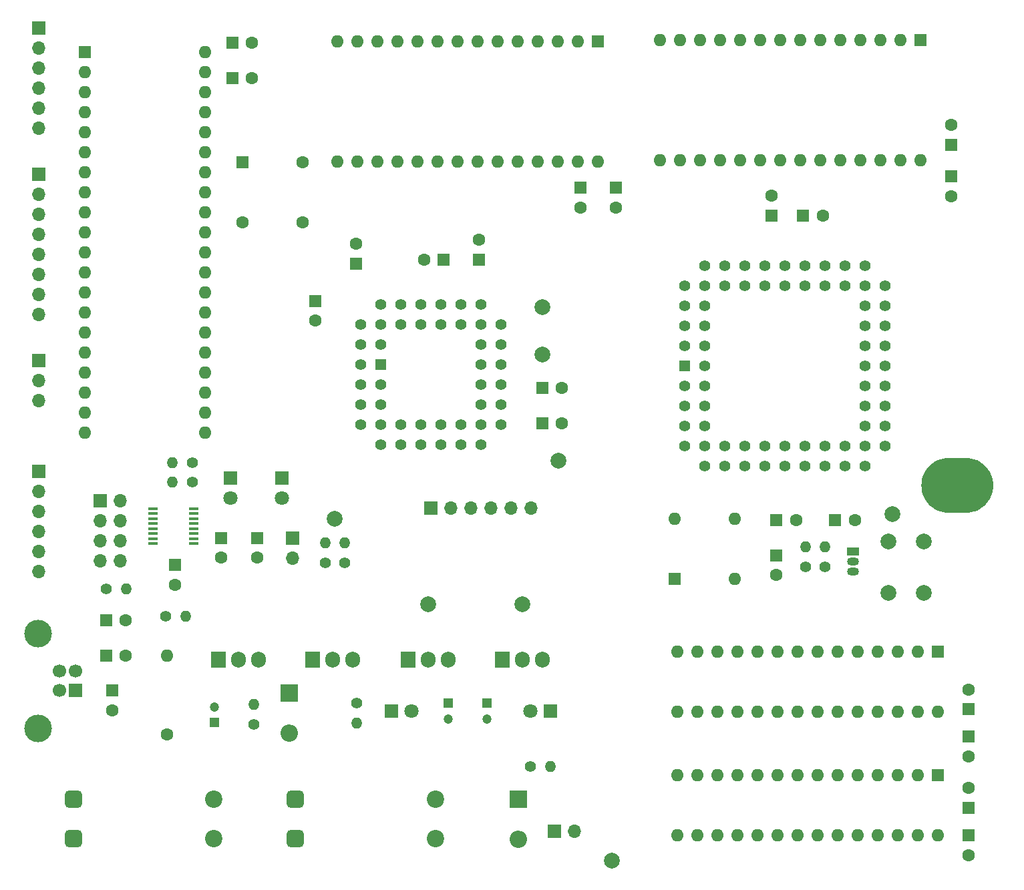
<source format=gbr>
%TF.GenerationSoftware,KiCad,Pcbnew,7.0.10*%
%TF.CreationDate,2024-02-05T22:26:27-06:00*%
%TF.ProjectId,SBC Circuit,53424320-4369-4726-9375-69742e6b6963,0.0*%
%TF.SameCoordinates,Original*%
%TF.FileFunction,Soldermask,Top*%
%TF.FilePolarity,Negative*%
%FSLAX46Y46*%
G04 Gerber Fmt 4.6, Leading zero omitted, Abs format (unit mm)*
G04 Created by KiCad (PCBNEW 7.0.10) date 2024-02-05 22:26:27*
%MOMM*%
%LPD*%
G01*
G04 APERTURE LIST*
G04 Aperture macros list*
%AMRoundRect*
0 Rectangle with rounded corners*
0 $1 Rounding radius*
0 $2 $3 $4 $5 $6 $7 $8 $9 X,Y pos of 4 corners*
0 Add a 4 corners polygon primitive as box body*
4,1,4,$2,$3,$4,$5,$6,$7,$8,$9,$2,$3,0*
0 Add four circle primitives for the rounded corners*
1,1,$1+$1,$2,$3*
1,1,$1+$1,$4,$5*
1,1,$1+$1,$6,$7*
1,1,$1+$1,$8,$9*
0 Add four rect primitives between the rounded corners*
20,1,$1+$1,$2,$3,$4,$5,0*
20,1,$1+$1,$4,$5,$6,$7,0*
20,1,$1+$1,$6,$7,$8,$9,0*
20,1,$1+$1,$8,$9,$2,$3,0*%
G04 Aperture macros list end*
%ADD10RoundRect,0.550000X-0.550000X-0.550000X0.550000X-0.550000X0.550000X0.550000X-0.550000X0.550000X0*%
%ADD11C,2.200000*%
%ADD12C,2.000000*%
%ADD13R,1.600000X1.600000*%
%ADD14C,1.600000*%
%ADD15R,1.700000X1.700000*%
%ADD16O,1.700000X1.700000*%
%ADD17C,1.400000*%
%ADD18O,1.400000X1.400000*%
%ADD19O,1.600000X1.600000*%
%ADD20R,2.200000X2.200000*%
%ADD21O,2.200000X2.200000*%
%ADD22R,1.800000X1.800000*%
%ADD23C,1.800000*%
%ADD24C,1.700000*%
%ADD25C,3.500000*%
%ADD26R,1.905000X2.000000*%
%ADD27O,1.905000X2.000000*%
%ADD28R,1.200000X0.400000*%
%ADD29R,1.422400X1.422400*%
%ADD30C,1.422400*%
%ADD31R,1.200000X1.200000*%
%ADD32C,1.200000*%
%ADD33R,1.500000X1.050000*%
%ADD34O,1.500000X1.050000*%
G04 APERTURE END LIST*
D10*
%TO.C,F1*%
X113142400Y-134416800D03*
X113142400Y-139416800D03*
D11*
X130942400Y-139416800D03*
X130942400Y-134416800D03*
%TD*%
D12*
%TO.C,TP2*%
X129960000Y-109735400D03*
%TD*%
D13*
%TO.C,C23*%
X153775000Y-56896000D03*
D14*
X153775000Y-59396000D03*
%TD*%
D13*
%TO.C,C27*%
X108290000Y-101285400D03*
D14*
X108290000Y-103785400D03*
%TD*%
D15*
%TO.C,J6*%
X80655800Y-55168800D03*
D16*
X80655800Y-57708800D03*
X80655800Y-60248800D03*
X80655800Y-62788800D03*
X80655800Y-65328800D03*
X80655800Y-67868800D03*
X80655800Y-70408800D03*
X80655800Y-72948800D03*
%TD*%
D13*
%TO.C,C14*%
X131954961Y-66000000D03*
D14*
X129454961Y-66000000D03*
%TD*%
D17*
%TO.C,R7*%
X119420000Y-104455400D03*
D18*
X119420000Y-101915400D03*
%TD*%
D13*
%TO.C,U6*%
X151525000Y-38349000D03*
D19*
X148985000Y-38349000D03*
X146445000Y-38349000D03*
X143905000Y-38349000D03*
X141365000Y-38349000D03*
X138825000Y-38349000D03*
X136285000Y-38349000D03*
X133745000Y-38349000D03*
X131205000Y-38349000D03*
X128665000Y-38349000D03*
X126125000Y-38349000D03*
X123585000Y-38349000D03*
X121045000Y-38349000D03*
X118505000Y-38349000D03*
X118505000Y-53589000D03*
X121045000Y-53589000D03*
X123585000Y-53589000D03*
X126125000Y-53589000D03*
X128665000Y-53589000D03*
X131205000Y-53589000D03*
X133745000Y-53589000D03*
X136285000Y-53589000D03*
X138825000Y-53589000D03*
X141365000Y-53589000D03*
X143905000Y-53589000D03*
X146445000Y-53589000D03*
X148985000Y-53589000D03*
X151525000Y-53589000D03*
%TD*%
D13*
%TO.C,C9*%
X173500000Y-60405000D03*
D14*
X173500000Y-57905000D03*
%TD*%
D12*
%TO.C,TP4*%
X188814600Y-98245000D03*
%TD*%
%TO.C,TP7*%
X144500000Y-78000000D03*
%TD*%
D20*
%TO.C,D2*%
X112420000Y-120977583D03*
D21*
X112420000Y-126057583D03*
%TD*%
D15*
%TO.C,J3*%
X130344961Y-97500000D03*
D16*
X132884961Y-97500000D03*
X135424961Y-97500000D03*
X137964961Y-97500000D03*
X140504961Y-97500000D03*
X143044961Y-97500000D03*
%TD*%
D15*
%TO.C,J8*%
X112790000Y-101285400D03*
D16*
X112790000Y-103825400D03*
%TD*%
D14*
%TO.C,FB1*%
X96920000Y-126235400D03*
D19*
X96920000Y-116235400D03*
%TD*%
D13*
%TO.C,C4*%
X89920000Y-120655400D03*
D14*
X89920000Y-123155400D03*
%TD*%
D13*
%TO.C,U7*%
X192360000Y-38190418D03*
D19*
X189820000Y-38190418D03*
X187280000Y-38190418D03*
X184740000Y-38190418D03*
X182200000Y-38190418D03*
X179660000Y-38190418D03*
X177120000Y-38190418D03*
X174580000Y-38190418D03*
X172040000Y-38190418D03*
X169500000Y-38190418D03*
X166960000Y-38190418D03*
X164420000Y-38190418D03*
X161880000Y-38190418D03*
X159340000Y-38190418D03*
X159340000Y-53430418D03*
X161880000Y-53430418D03*
X164420000Y-53430418D03*
X166960000Y-53430418D03*
X169500000Y-53430418D03*
X172040000Y-53430418D03*
X174580000Y-53430418D03*
X177120000Y-53430418D03*
X179660000Y-53430418D03*
X182200000Y-53430418D03*
X184740000Y-53430418D03*
X187280000Y-53430418D03*
X189820000Y-53430418D03*
X192360000Y-53430418D03*
%TD*%
D13*
%TO.C,C21*%
X198500000Y-126500000D03*
D14*
X198500000Y-129000000D03*
%TD*%
D13*
%TO.C,C20*%
X198500000Y-123000000D03*
D14*
X198500000Y-120500000D03*
%TD*%
D13*
%TO.C,C12*%
X120844961Y-66500000D03*
D14*
X120844961Y-64000000D03*
%TD*%
D15*
%TO.C,J4*%
X80655800Y-92862400D03*
D16*
X80655800Y-95402400D03*
X80655800Y-97942400D03*
X80655800Y-100482400D03*
X80655800Y-103022400D03*
X80655800Y-105562400D03*
%TD*%
D22*
%TO.C,D5*%
X111420000Y-93735400D03*
D23*
X111420000Y-96275400D03*
%TD*%
D22*
%TO.C,D6*%
X104920000Y-93735400D03*
D23*
X104920000Y-96275400D03*
%TD*%
D10*
%TO.C,F2*%
X85050000Y-134416800D03*
X85050000Y-139416800D03*
D11*
X102850000Y-139416800D03*
X102850000Y-134416800D03*
%TD*%
D17*
%TO.C,R5*%
X180314600Y-104965000D03*
D18*
X180314600Y-102425000D03*
%TD*%
D15*
%TO.C,J1*%
X85277500Y-120655400D03*
D24*
X85277500Y-118155400D03*
X83277500Y-118155400D03*
X83277500Y-120655400D03*
D25*
X80567500Y-125425400D03*
X80567500Y-113385400D03*
%TD*%
D13*
%TO.C,C29*%
X89170000Y-111735400D03*
D14*
X91670000Y-111735400D03*
%TD*%
D17*
%TO.C,R3*%
X96700000Y-111235400D03*
D18*
X99240000Y-111235400D03*
%TD*%
D13*
%TO.C,C17*%
X105170000Y-43000000D03*
D14*
X107670000Y-43000000D03*
%TD*%
D13*
%TO.C,C16*%
X105170000Y-38500000D03*
D14*
X107670000Y-38500000D03*
%TD*%
D13*
%TO.C,U4*%
X194579000Y-131380000D03*
D19*
X192039000Y-131380000D03*
X189499000Y-131380000D03*
X186959000Y-131380000D03*
X184419000Y-131380000D03*
X181879000Y-131380000D03*
X179339000Y-131380000D03*
X176799000Y-131380000D03*
X174259000Y-131380000D03*
X171719000Y-131380000D03*
X169179000Y-131380000D03*
X166639000Y-131380000D03*
X164099000Y-131380000D03*
X161559000Y-131380000D03*
X161559000Y-139000000D03*
X164099000Y-139000000D03*
X166639000Y-139000000D03*
X169179000Y-139000000D03*
X171719000Y-139000000D03*
X174259000Y-139000000D03*
X176799000Y-139000000D03*
X179339000Y-139000000D03*
X181879000Y-139000000D03*
X184419000Y-139000000D03*
X186959000Y-139000000D03*
X189499000Y-139000000D03*
X192039000Y-139000000D03*
X194579000Y-139000000D03*
%TD*%
D22*
%TO.C,D4*%
X145460000Y-123235400D03*
D23*
X142920000Y-123235400D03*
%TD*%
D13*
%TO.C,C19*%
X198500000Y-139000000D03*
D14*
X198500000Y-141500000D03*
%TD*%
D13*
%TO.C,C11*%
X144454961Y-86775400D03*
D14*
X146954961Y-86775400D03*
%TD*%
D13*
%TO.C,C26*%
X103790000Y-101285400D03*
D14*
X103790000Y-103785400D03*
%TD*%
D12*
%TO.C,TP3*%
X141960000Y-109735400D03*
%TD*%
D13*
%TO.C,C30*%
X89170000Y-116235400D03*
D14*
X91670000Y-116235400D03*
%TD*%
D17*
%TO.C,R10*%
X100140000Y-91735400D03*
D18*
X97600000Y-91735400D03*
%TD*%
D15*
%TO.C,J2*%
X146010000Y-138455400D03*
D16*
X148550000Y-138455400D03*
%TD*%
D13*
%TO.C,C15*%
X136454961Y-66000000D03*
D14*
X136454961Y-63500000D03*
%TD*%
D13*
%TO.C,C25*%
X196315000Y-51430418D03*
D14*
X196315000Y-48930418D03*
%TD*%
D26*
%TO.C,Q2*%
X103380000Y-116735400D03*
D27*
X105920000Y-116735400D03*
X108460000Y-116735400D03*
%TD*%
D13*
%TO.C,C18*%
X198500000Y-135500000D03*
D14*
X198500000Y-133000000D03*
%TD*%
D13*
%TO.C,U3*%
X86497800Y-39695400D03*
D19*
X86497800Y-42235400D03*
X86497800Y-44775400D03*
X86497800Y-47315400D03*
X86497800Y-49855400D03*
X86497800Y-52395400D03*
X86497800Y-54935400D03*
X86497800Y-57475400D03*
X86497800Y-60015400D03*
X86497800Y-62555400D03*
X86497800Y-65095400D03*
X86497800Y-67635400D03*
X86497800Y-70175400D03*
X86497800Y-72715400D03*
X86497800Y-75255400D03*
X86497800Y-77795400D03*
X86497800Y-80335400D03*
X86497800Y-82875400D03*
X86497800Y-85415400D03*
X86497800Y-87955400D03*
X101737800Y-87955400D03*
X101737800Y-85415400D03*
X101737800Y-82875400D03*
X101737800Y-80335400D03*
X101737800Y-77795400D03*
X101737800Y-75255400D03*
X101737800Y-72715400D03*
X101737800Y-70175400D03*
X101737800Y-67635400D03*
X101737800Y-65095400D03*
X101737800Y-62555400D03*
X101737800Y-60015400D03*
X101737800Y-57475400D03*
X101737800Y-54935400D03*
X101737800Y-52395400D03*
X101737800Y-49855400D03*
X101737800Y-47315400D03*
X101737800Y-44775400D03*
X101737800Y-42235400D03*
X101737800Y-39695400D03*
%TD*%
D28*
%TO.C,U10*%
X95090000Y-97560400D03*
X95090000Y-98195400D03*
X95090000Y-98830400D03*
X95090000Y-99465400D03*
X95090000Y-100100400D03*
X95090000Y-100735400D03*
X95090000Y-101370400D03*
X95090000Y-102005400D03*
X100290000Y-102005400D03*
X100290000Y-101370400D03*
X100290000Y-100735400D03*
X100290000Y-100100400D03*
X100290000Y-99465400D03*
X100290000Y-98830400D03*
X100290000Y-98195400D03*
X100290000Y-97560400D03*
%TD*%
D13*
%TO.C,C8*%
X177500000Y-60405000D03*
D14*
X180000000Y-60405000D03*
%TD*%
D13*
%TO.C,C22*%
X149275000Y-56896000D03*
D14*
X149275000Y-59396000D03*
%TD*%
D12*
%TO.C,TP5*%
X118170000Y-98830400D03*
%TD*%
D17*
%TO.C,R8*%
X120920000Y-122235400D03*
D18*
X120920000Y-124775400D03*
%TD*%
D29*
%TO.C,U1*%
X162484600Y-79500000D03*
D30*
X165024600Y-79500000D03*
X162484600Y-82040000D03*
X165024600Y-82040000D03*
X162484600Y-84580000D03*
X165024600Y-84580000D03*
X162484600Y-87120000D03*
X165024600Y-87120000D03*
X162484600Y-89660000D03*
X165024600Y-92200000D03*
X165024600Y-89660000D03*
X167564600Y-92200000D03*
X167564600Y-89660000D03*
X170104600Y-92200000D03*
X170104600Y-89660000D03*
X172644600Y-92200000D03*
X172644600Y-89660000D03*
X175184600Y-92200000D03*
X175184600Y-89660000D03*
X177724600Y-92200000D03*
X177724600Y-89660000D03*
X180264600Y-92200000D03*
X180264600Y-89660000D03*
X182804600Y-92200000D03*
X182804600Y-89660000D03*
X185344600Y-92200000D03*
X187884600Y-89660000D03*
X185344600Y-89660000D03*
X187884600Y-87120000D03*
X185344600Y-87120000D03*
X187884600Y-84580000D03*
X185344600Y-84580000D03*
X187884600Y-82040000D03*
X185344600Y-82040000D03*
X187884600Y-79500000D03*
X185344600Y-79500000D03*
X187884600Y-76960000D03*
X185344600Y-76960000D03*
X187884600Y-74420000D03*
X185344600Y-74420000D03*
X187884600Y-71880000D03*
X185344600Y-71880000D03*
X187884600Y-69340000D03*
X185344600Y-66800000D03*
X185344600Y-69340000D03*
X182804600Y-66800000D03*
X182804600Y-69340000D03*
X180264600Y-66800000D03*
X180264600Y-69340000D03*
X177724600Y-66800000D03*
X177724600Y-69340000D03*
X175184600Y-66800000D03*
X175184600Y-69340000D03*
X172644600Y-66800000D03*
X172644600Y-69340000D03*
X170104600Y-66800000D03*
X170104600Y-69340000D03*
X167564600Y-66800000D03*
X167564600Y-69340000D03*
X165024600Y-66800000D03*
X162484600Y-69340000D03*
X165024600Y-69340000D03*
X162484600Y-71880000D03*
X165024600Y-71880000D03*
X162484600Y-74420000D03*
X165024600Y-74420000D03*
X162484600Y-76960000D03*
X165024600Y-76960000D03*
%TD*%
D26*
%TO.C,Q1*%
X115380000Y-116735400D03*
D27*
X117920000Y-116735400D03*
X120460000Y-116735400D03*
%TD*%
D31*
%TO.C,C1*%
X132500000Y-122262801D03*
D32*
X132500000Y-124262801D03*
%TD*%
D31*
%TO.C,C2*%
X137420000Y-122262801D03*
D32*
X137420000Y-124262801D03*
%TD*%
D12*
%TO.C,TP1*%
X153250000Y-142250000D03*
%TD*%
%TO.C,SW1*%
X188314600Y-101745000D03*
X188314600Y-108245000D03*
X192814600Y-101745000D03*
X192814600Y-108245000D03*
%TD*%
D13*
%TO.C,C10*%
X144454961Y-82275400D03*
D14*
X146954961Y-82275400D03*
%TD*%
D26*
%TO.C,U8*%
X127420000Y-116735400D03*
D27*
X129960000Y-116735400D03*
X132500000Y-116735400D03*
%TD*%
D17*
%TO.C,R9*%
X142920000Y-130235400D03*
D18*
X145460000Y-130235400D03*
%TD*%
D31*
%TO.C,C3*%
X102862400Y-124708000D03*
D32*
X102862400Y-122708000D03*
%TD*%
D17*
%TO.C,R1*%
X107920000Y-124955400D03*
D18*
X107920000Y-122415400D03*
%TD*%
D13*
%TO.C,C6*%
X174144600Y-103500000D03*
D14*
X174144600Y-106000000D03*
%TD*%
D15*
%TO.C,J7*%
X80655800Y-36626800D03*
D16*
X80655800Y-39166800D03*
X80655800Y-41706800D03*
X80655800Y-44246800D03*
X80655800Y-46786800D03*
X80655800Y-49326800D03*
%TD*%
D29*
%TO.C,U2*%
X123994961Y-79315400D03*
D30*
X121454961Y-81855400D03*
X123994961Y-81855400D03*
X121454961Y-84395400D03*
X123994961Y-84395400D03*
X121454961Y-86935400D03*
X123994961Y-89475400D03*
X123994961Y-86935400D03*
X126534961Y-89475400D03*
X126534961Y-86935400D03*
X129074961Y-89475400D03*
X129074961Y-86935400D03*
X131614961Y-89475400D03*
X131614961Y-86935400D03*
X134154961Y-89475400D03*
X134154961Y-86935400D03*
X136694961Y-89475400D03*
X139234961Y-86935400D03*
X136694961Y-86935400D03*
X139234961Y-84395400D03*
X136694961Y-84395400D03*
X139234961Y-81855400D03*
X136694961Y-81855400D03*
X139234961Y-79315400D03*
X136694961Y-79315400D03*
X139234961Y-76775400D03*
X136694961Y-76775400D03*
X139234961Y-74235400D03*
X136694961Y-71695400D03*
X136694961Y-74235400D03*
X134154961Y-71695400D03*
X134154961Y-74235400D03*
X131614961Y-71695400D03*
X131614961Y-74235400D03*
X129074961Y-71695400D03*
X129074961Y-74235400D03*
X126534961Y-71695400D03*
X126534961Y-74235400D03*
X123994961Y-71695400D03*
X121454961Y-74235400D03*
X123994961Y-74235400D03*
X121454961Y-76775400D03*
X123994961Y-76775400D03*
X121454961Y-79315400D03*
%TD*%
D13*
%TO.C,C24*%
X196315000Y-55430418D03*
D14*
X196315000Y-57930418D03*
%TD*%
D13*
%TO.C,U5*%
X194579000Y-115688000D03*
D19*
X192039000Y-115688000D03*
X189499000Y-115688000D03*
X186959000Y-115688000D03*
X184419000Y-115688000D03*
X181879000Y-115688000D03*
X179339000Y-115688000D03*
X176799000Y-115688000D03*
X174259000Y-115688000D03*
X171719000Y-115688000D03*
X169179000Y-115688000D03*
X166639000Y-115688000D03*
X164099000Y-115688000D03*
X161559000Y-115688000D03*
X161559000Y-123308000D03*
X164099000Y-123308000D03*
X166639000Y-123308000D03*
X169179000Y-123308000D03*
X171719000Y-123308000D03*
X174259000Y-123308000D03*
X176799000Y-123308000D03*
X179339000Y-123308000D03*
X181879000Y-123308000D03*
X184419000Y-123308000D03*
X186959000Y-123308000D03*
X189499000Y-123308000D03*
X192039000Y-123308000D03*
X194579000Y-123308000D03*
%TD*%
D13*
%TO.C,C7*%
X174144600Y-99000000D03*
D14*
X176644600Y-99000000D03*
%TD*%
D13*
%TO.C,C13*%
X115709961Y-71235400D03*
D14*
X115709961Y-73735400D03*
%TD*%
D13*
%TO.C,C28*%
X97920000Y-104735400D03*
D14*
X97920000Y-107235400D03*
%TD*%
D15*
%TO.C,J9*%
X88420000Y-96615400D03*
D16*
X90960000Y-96615400D03*
X88420000Y-99155400D03*
X90960000Y-99155400D03*
X88420000Y-101695400D03*
X90960000Y-101695400D03*
X88420000Y-104235400D03*
X90960000Y-104235400D03*
%TD*%
D26*
%TO.C,U9*%
X139420000Y-116735400D03*
D27*
X141960000Y-116735400D03*
X144500000Y-116735400D03*
%TD*%
D12*
%TO.C,TP8*%
X146500000Y-91500000D03*
%TD*%
D13*
%TO.C,C5*%
X181564600Y-99000000D03*
D14*
X184064600Y-99000000D03*
%TD*%
D33*
%TO.C,U11*%
X183814600Y-102975000D03*
D34*
X183814600Y-104245000D03*
X183814600Y-105515000D03*
%TD*%
D20*
%TO.C,D1*%
X141420000Y-134416800D03*
D21*
X141420000Y-139496800D03*
%TD*%
D17*
%TO.C,R4*%
X177814600Y-104965000D03*
D18*
X177814600Y-102425000D03*
%TD*%
D12*
%TO.C,TP6*%
X144500000Y-72000000D03*
%TD*%
D13*
%TO.C,X1*%
X161214600Y-106500000D03*
D19*
X168834600Y-106500000D03*
X168834600Y-98880000D03*
X161214600Y-98880000D03*
%TD*%
D17*
%TO.C,R11*%
X100140000Y-94235400D03*
D18*
X97600000Y-94235400D03*
%TD*%
D22*
%TO.C,D3*%
X125380000Y-123235400D03*
D23*
X127920000Y-123235400D03*
%TD*%
D17*
%TO.C,R2*%
X89170000Y-107735400D03*
D18*
X91710000Y-107735400D03*
%TD*%
D17*
%TO.C,R6*%
X116920000Y-104455400D03*
D18*
X116920000Y-101915400D03*
%TD*%
D13*
%TO.C,X2*%
X106420000Y-53665400D03*
D14*
X106420000Y-61285400D03*
X114040000Y-61285400D03*
X114040000Y-53665400D03*
%TD*%
D15*
%TO.C,J5*%
X80655800Y-78765400D03*
D16*
X80655800Y-81305400D03*
X80655800Y-83845400D03*
%TD*%
G36*
X198135333Y-91135338D02*
G01*
X198492502Y-91154056D01*
X198502974Y-91155157D01*
X198853623Y-91210695D01*
X198863923Y-91212884D01*
X199206848Y-91304770D01*
X199216863Y-91308024D01*
X199548304Y-91435252D01*
X199557924Y-91439535D01*
X199874253Y-91600713D01*
X199883372Y-91605978D01*
X200181115Y-91799334D01*
X200189634Y-91805523D01*
X200465543Y-92028950D01*
X200473368Y-92035996D01*
X200724403Y-92287031D01*
X200731449Y-92294856D01*
X200954876Y-92570765D01*
X200961065Y-92579284D01*
X201154421Y-92877027D01*
X201159686Y-92886146D01*
X201320864Y-93202475D01*
X201325147Y-93212095D01*
X201452375Y-93543536D01*
X201455629Y-93553551D01*
X201547515Y-93896476D01*
X201549704Y-93906776D01*
X201605242Y-94257425D01*
X201606343Y-94267897D01*
X201624924Y-94622435D01*
X201624924Y-94632965D01*
X201606343Y-94987502D01*
X201605242Y-94997974D01*
X201549704Y-95348623D01*
X201547515Y-95358923D01*
X201455629Y-95701848D01*
X201452375Y-95711863D01*
X201325147Y-96043304D01*
X201320864Y-96052924D01*
X201159686Y-96369253D01*
X201154421Y-96378372D01*
X200961065Y-96676115D01*
X200954876Y-96684634D01*
X200731449Y-96960543D01*
X200724403Y-96968368D01*
X200473368Y-97219403D01*
X200465543Y-97226449D01*
X200189634Y-97449876D01*
X200181115Y-97456065D01*
X199883372Y-97649421D01*
X199874253Y-97654686D01*
X199557924Y-97815864D01*
X199548304Y-97820147D01*
X199216863Y-97947375D01*
X199206848Y-97950629D01*
X198863923Y-98042515D01*
X198853623Y-98044704D01*
X198502974Y-98100242D01*
X198492502Y-98101343D01*
X198135333Y-98120062D01*
X198130068Y-98120200D01*
X196001732Y-98120200D01*
X195996467Y-98120062D01*
X195639297Y-98101343D01*
X195628825Y-98100242D01*
X195278176Y-98044704D01*
X195267876Y-98042515D01*
X194924951Y-97950629D01*
X194914936Y-97947375D01*
X194583495Y-97820147D01*
X194573875Y-97815864D01*
X194257546Y-97654686D01*
X194248427Y-97649421D01*
X193950684Y-97456065D01*
X193942165Y-97449876D01*
X193666256Y-97226449D01*
X193658431Y-97219403D01*
X193407396Y-96968368D01*
X193400350Y-96960543D01*
X193176923Y-96684634D01*
X193170734Y-96676115D01*
X192977378Y-96378372D01*
X192972113Y-96369253D01*
X192810935Y-96052924D01*
X192806652Y-96043304D01*
X192679424Y-95711863D01*
X192676170Y-95701848D01*
X192584284Y-95358923D01*
X192582095Y-95348623D01*
X192526557Y-94997974D01*
X192525456Y-94987502D01*
X192506875Y-94632965D01*
X192506875Y-94622435D01*
X192525456Y-94267897D01*
X192526557Y-94257425D01*
X192582095Y-93906776D01*
X192584284Y-93896476D01*
X192676170Y-93553551D01*
X192679424Y-93543536D01*
X192806652Y-93212095D01*
X192810935Y-93202475D01*
X192972113Y-92886146D01*
X192977378Y-92877027D01*
X193170734Y-92579284D01*
X193176923Y-92570765D01*
X193400350Y-92294856D01*
X193407396Y-92287031D01*
X193658431Y-92035996D01*
X193666256Y-92028950D01*
X193942165Y-91805523D01*
X193950684Y-91799334D01*
X194248427Y-91605978D01*
X194257546Y-91600713D01*
X194573875Y-91439535D01*
X194583495Y-91435252D01*
X194914936Y-91308024D01*
X194924951Y-91304770D01*
X195267876Y-91212884D01*
X195278176Y-91210695D01*
X195628825Y-91155157D01*
X195639297Y-91154056D01*
X195996467Y-91135338D01*
X196001732Y-91135200D01*
X198130068Y-91135200D01*
X198135333Y-91135338D01*
G37*
M02*

</source>
